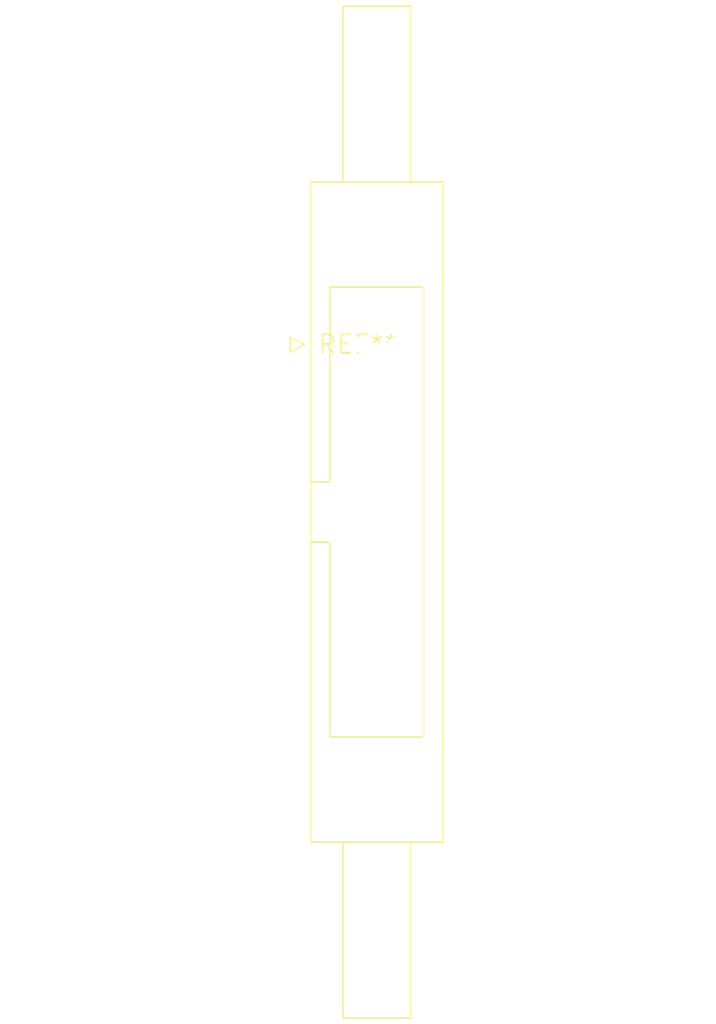
<source format=kicad_pcb>
(kicad_pcb (version 20240108) (generator pcbnew)
  (layers (0 "F.Cu" signal) (31 "B.Cu" signal) (34 "B.Paste" user) (35 "F.Paste" user) (36 "B.SilkS" user "B.Silkscreen") (37 "F.SilkS" user "F.Silkscreen") (38 "B.Mask" user) (39 "F.Mask" user) (44 "Edge.Cuts" user))
  (net 0 "")
  (footprint "IDC-Header_2x10_P2.54mm_Latch12.0mm_Vertical" (layer "F.Cu") (at 0 0)
    (property "Reference" "REF**")
    (property "Value" "IDC-Header_2x10_P2.54mm_Latch12.0mm_Vertical")
    (fp_line (start -4.63 -0.5) (end -4.63 0.5) (layer "F.SilkS") (stroke (width 0.12)))
    (fp_line (start -4.63 0.5) (end -3.63 0) (layer "F.SilkS") (stroke (width 0.12)))
    (fp_line (start -3.63 0) (end -4.63 -0.5) (layer "F.SilkS") (stroke (width 0.12)))
    (fp_line (start -3.24 -11.08) (end 5.78 -11.08) (layer "F.SilkS") (stroke (width 0.12)))
    (fp_line (start -3.24 9.38) (end -1.93 9.38) (layer "F.SilkS") (stroke (width 0.12)))
    (fp_line (start -3.24 33.94) (end -3.24 -11.08) (layer "F.SilkS") (stroke (width 0.12)))
    (fp_line (start -1.93 -3.92) (end 4.47 -3.92) (layer "F.SilkS") (stroke (width 0.12)))
    (fp_line (start -1.93 9.38) (end -1.93 -3.92) (layer "F.SilkS") (stroke (width 0.12)))
    (fp_line (start -1.93 13.48) (end -3.24 13.48) (layer "F.SilkS") (stroke (width 0.12)))
    (fp_line (start -1.93 13.48) (end -1.93 13.48) (layer "F.SilkS") (stroke (width 0.12)))
    (fp_line (start -1.93 26.78) (end -1.93 13.48) (layer "F.SilkS") (stroke (width 0.12)))
    (fp_line (start -1.04 -23.08) (end 3.58 -23.08) (layer "F.SilkS") (stroke (width 0.12)))
    (fp_line (start -1.04 -11.08) (end -1.04 -23.08) (layer "F.SilkS") (stroke (width 0.12)))
    (fp_line (start -1.04 33.94) (end -1.04 45.94) (layer "F.SilkS") (stroke (width 0.12)))
    (fp_line (start -1.04 45.94) (end 3.58 45.94) (layer "F.SilkS") (stroke (width 0.12)))
    (fp_line (start 3.58 -23.08) (end 3.58 -11.08) (layer "F.SilkS") (stroke (width 0.12)))
    (fp_line (start 3.58 45.94) (end 3.58 33.94) (layer "F.SilkS") (stroke (width 0.12)))
    (fp_line (start 4.47 -3.92) (end 4.47 26.78) (layer "F.SilkS") (stroke (width 0.12)))
    (fp_line (start 4.47 26.78) (end -1.93 26.78) (layer "F.SilkS") (stroke (width 0.12)))
    (fp_line (start 5.78 -11.08) (end 5.78 33.94) (layer "F.SilkS") (stroke (width 0.12)))
    (fp_line (start 5.78 33.94) (end -3.24 33.94) (layer "F.SilkS") (stroke (width 0.12)))
    (pad "1" thru_hole roundrect (at 0 0) (size 1.7 1.7) (drill 1) (layers *.Cu *.Mask) (remove_unused_layers) (roundrect_rratio 0.147059))
    (pad "2" thru_hole circle (at 2.54 0) (size 1.7 1.7) (drill 1) (layers *.Cu *.Mask) (remove_unused_layers))
    (pad "3" thru_hole circle (at 0 2.54) (size 1.7 1.7) (drill 1) (layers *.Cu *.Mask) (remove_unused_layers))
    (pad "4" thru_hole circle (at 2.54 2.54) (size 1.7 1.7) (drill 1) (layers *.Cu *.Mask) (remove_unused_layers))
    (pad "5" thru_hole circle (at 0 5.08) (size 1.7 1.7) (drill 1) (layers *.Cu *.Mask) (remove_unused_layers))
    (pad "6" thru_hole circle (at 2.54 5.08) (size 1.7 1.7) (drill 1) (layers *.Cu *.Mask) (remove_unused_layers))
    (pad "7" thru_hole circle (at 0 7.62) (size 1.7 1.7) (drill 1) (layers *.Cu *.Mask) (remove_unused_layers))
    (pad "8" thru_hole circle (at 2.54 7.62) (size 1.7 1.7) (drill 1) (layers *.Cu *.Mask) (remove_unused_layers))
    (pad "9" thru_hole circle (at 0 10.16) (size 1.7 1.7) (drill 1) (layers *.Cu *.Mask) (remove_unused_layers))
    (pad "10" thru_hole circle (at 2.54 10.16) (size 1.7 1.7) (drill 1) (layers *.Cu *.Mask) (remove_unused_layers))
    (pad "11" thru_hole circle (at 0 12.7) (size 1.7 1.7) (drill 1) (layers *.Cu *.Mask) (remove_unused_layers))
    (pad "12" thru_hole circle (at 2.54 12.7) (size 1.7 1.7) (drill 1) (layers *.Cu *.Mask) (remove_unused_layers))
    (pad "13" thru_hole circle (at 0 15.24) (size 1.7 1.7) (drill 1) (layers *.Cu *.Mask) (remove_unused_layers))
    (pad "14" thru_hole circle (at 2.54 15.24) (size 1.7 1.7) (drill 1) (layers *.Cu *.Mask) (remove_unused_layers))
    (pad "15" thru_hole circle (at 0 17.78) (size 1.7 1.7) (drill 1) (layers *.Cu *.Mask) (remove_unused_layers))
    (pad "16" thru_hole circle (at 2.54 17.78) (size 1.7 1.7) (drill 1) (layers *.Cu *.Mask) (remove_unused_layers))
    (pad "17" thru_hole circle (at 0 20.32) (size 1.7 1.7) (drill 1) (layers *.Cu *.Mask) (remove_unused_layers))
    (pad "18" thru_hole circle (at 2.54 20.32) (size 1.7 1.7) (drill 1) (layers *.Cu *.Mask) (remove_unused_layers))
    (pad "19" thru_hole circle (at 0 22.86) (size 1.7 1.7) (drill 1) (layers *.Cu *.Mask) (remove_unused_layers))
    (pad "20" thru_hole circle (at 2.54 22.86) (size 1.7 1.7) (drill 1) (layers *.Cu *.Mask) (remove_unused_layers))
  )
)
</source>
